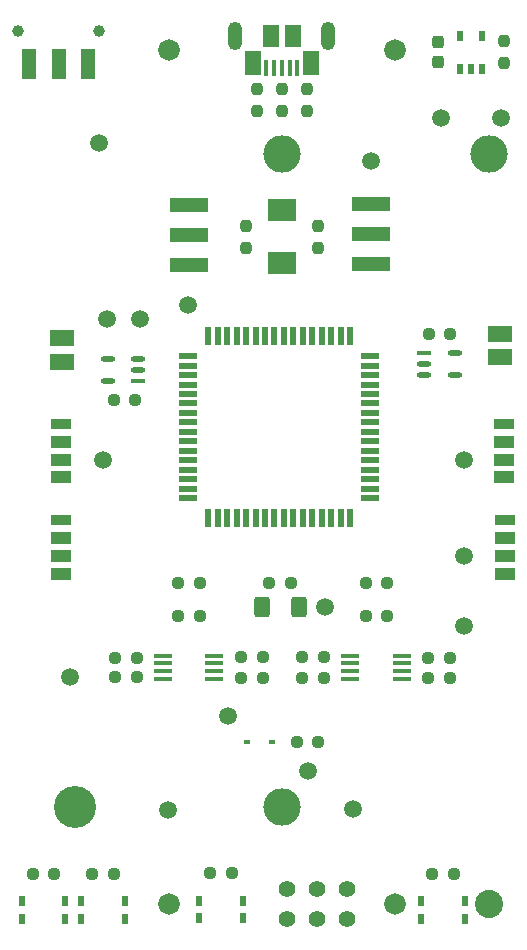
<source format=gbr>
%TF.GenerationSoftware,KiCad,Pcbnew,(6.0.6-0)*%
%TF.CreationDate,2022-08-03T09:40:13-07:00*%
%TF.ProjectId,Smart Floor Register,536d6172-7420-4466-9c6f-6f7220526567,rev?*%
%TF.SameCoordinates,Original*%
%TF.FileFunction,Soldermask,Top*%
%TF.FilePolarity,Negative*%
%FSLAX46Y46*%
G04 Gerber Fmt 4.6, Leading zero omitted, Abs format (unit mm)*
G04 Created by KiCad (PCBNEW (6.0.6-0)) date 2022-08-03 09:40:13*
%MOMM*%
%LPD*%
G01*
G04 APERTURE LIST*
G04 Aperture macros list*
%AMRoundRect*
0 Rectangle with rounded corners*
0 $1 Rounding radius*
0 $2 $3 $4 $5 $6 $7 $8 $9 X,Y pos of 4 corners*
0 Add a 4 corners polygon primitive as box body*
4,1,4,$2,$3,$4,$5,$6,$7,$8,$9,$2,$3,0*
0 Add four circle primitives for the rounded corners*
1,1,$1+$1,$2,$3*
1,1,$1+$1,$4,$5*
1,1,$1+$1,$6,$7*
1,1,$1+$1,$8,$9*
0 Add four rect primitives between the rounded corners*
20,1,$1+$1,$2,$3,$4,$5,0*
20,1,$1+$1,$4,$5,$6,$7,0*
20,1,$1+$1,$6,$7,$8,$9,0*
20,1,$1+$1,$8,$9,$2,$3,0*%
G04 Aperture macros list end*
%ADD10RoundRect,0.237500X-0.250000X-0.237500X0.250000X-0.237500X0.250000X0.237500X-0.250000X0.237500X0*%
%ADD11C,1.500000*%
%ADD12RoundRect,0.237500X0.250000X0.237500X-0.250000X0.237500X-0.250000X-0.237500X0.250000X-0.237500X0*%
%ADD13RoundRect,0.250000X-0.400000X-0.625000X0.400000X-0.625000X0.400000X0.625000X-0.400000X0.625000X0*%
%ADD14RoundRect,0.237500X-0.237500X0.250000X-0.237500X-0.250000X0.237500X-0.250000X0.237500X0.250000X0*%
%ADD15C,1.000000*%
%ADD16R,1.200000X2.500000*%
%ADD17RoundRect,0.237500X0.237500X-0.250000X0.237500X0.250000X-0.237500X0.250000X-0.237500X-0.250000X0*%
%ADD18RoundRect,0.237500X0.237500X-0.287500X0.237500X0.287500X-0.237500X0.287500X-0.237500X-0.287500X0*%
%ADD19R,1.756000X0.965900*%
%ADD20R,1.756000X0.982950*%
%ADD21R,0.600000X0.450000*%
%ADD22R,1.219200X0.457200*%
%ADD23O,1.219200X0.457200*%
%ADD24R,2.012000X1.465900*%
%ADD25R,1.524000X0.431800*%
%ADD26R,0.450000X1.380000*%
%ADD27O,1.208000X2.416000*%
%ADD28R,1.375000X1.900000*%
%ADD29R,1.475000X2.100000*%
%ADD30R,0.508000X0.914400*%
%ADD31R,2.400000X1.900000*%
%ADD32R,3.180000X1.270000*%
%ADD33C,1.397000*%
%ADD34R,0.508000X0.889000*%
%ADD35R,1.500000X0.550000*%
%ADD36R,0.550000X1.500000*%
%ADD37C,2.387600*%
%ADD38C,3.556000*%
%ADD39C,1.828800*%
%ADD40C,3.175000*%
G04 APERTURE END LIST*
D10*
%TO.C,R4*%
X120340398Y-124587000D03*
X122165398Y-124587000D03*
%TD*%
D11*
%TO.C,TP8*%
X139200000Y-120200000D03*
%TD*%
D12*
%TO.C,R12*%
X127359698Y-124587000D03*
X125534698Y-124587000D03*
%TD*%
%TO.C,R7*%
X126896500Y-130048000D03*
X125071500Y-130048000D03*
%TD*%
D13*
%TO.C,R8*%
X122148000Y-118618000D03*
X125248000Y-118618000D03*
%TD*%
D11*
%TO.C,TP13*%
X114200000Y-135800000D03*
%TD*%
D14*
%TO.C,R16*%
X125904566Y-74779500D03*
X125904566Y-76604500D03*
%TD*%
D10*
%TO.C,R13*%
X136202698Y-124587000D03*
X138027698Y-124587000D03*
%TD*%
D11*
%TO.C,TP11*%
X129800000Y-135700000D03*
%TD*%
D15*
%TO.C,S1*%
X101502000Y-69850000D03*
X108302000Y-69850000D03*
D16*
X107402000Y-72600000D03*
X104902000Y-72600000D03*
X102402000Y-72600000D03*
%TD*%
D14*
%TO.C,C5*%
X142621000Y-70715500D03*
X142621000Y-72540500D03*
%TD*%
D11*
%TO.C,TP2*%
X127456000Y-118618000D03*
%TD*%
D14*
%TO.C,C2*%
X126847600Y-86375400D03*
X126847600Y-88200400D03*
%TD*%
D12*
%TO.C,R11*%
X127359698Y-122809000D03*
X125534698Y-122809000D03*
%TD*%
D17*
%TO.C,R22*%
X121695434Y-76604500D03*
X121695434Y-74779500D03*
%TD*%
D18*
%TO.C,L1*%
X137033000Y-72503000D03*
X137033000Y-70753000D03*
%TD*%
D10*
%TO.C,C4*%
X136247500Y-95504000D03*
X138072500Y-95504000D03*
%TD*%
D19*
%TO.C,A4*%
X142622000Y-103124000D03*
D20*
X142622000Y-104632525D03*
X142622000Y-106132525D03*
X142622000Y-107632525D03*
%TD*%
D12*
%TO.C,R9*%
X124558500Y-116586000D03*
X122733500Y-116586000D03*
%TD*%
D21*
%TO.C,D1*%
X122970000Y-130048000D03*
X120870000Y-130048000D03*
%TD*%
D11*
%TO.C,TP1*%
X111760000Y-94234000D03*
%TD*%
D19*
%TO.C,A1*%
X105062000Y-103124000D03*
D20*
X105062000Y-104632525D03*
X105062000Y-106132525D03*
X105062000Y-107632525D03*
%TD*%
D11*
%TO.C,TP6*%
X142367000Y-77216000D03*
%TD*%
D22*
%TO.C,U4*%
X111660300Y-99502001D03*
D23*
X111660300Y-98552000D03*
X111660300Y-97601999D03*
X109040300Y-97601999D03*
X109040300Y-99502001D03*
%TD*%
D11*
%TO.C,TP7*%
X115874800Y-93065600D03*
%TD*%
D24*
%TO.C,J1*%
X105204000Y-95873352D03*
X105204000Y-97856302D03*
%TD*%
D25*
%TO.C,U3*%
X129609498Y-122723001D03*
X129609498Y-123372999D03*
X129609498Y-124023001D03*
X129609498Y-124672999D03*
X133952898Y-124672999D03*
X133952898Y-124023001D03*
X133952898Y-123372999D03*
X133952898Y-122723001D03*
%TD*%
D11*
%TO.C,TP3*%
X108966000Y-94234000D03*
%TD*%
D26*
%TO.C,J3*%
X122500000Y-72944000D03*
X123150000Y-72944000D03*
X123800000Y-72944000D03*
X124450000Y-72944000D03*
X125100000Y-72944000D03*
D27*
X127750000Y-70284000D03*
D28*
X124737500Y-70284000D03*
X122862500Y-70284000D03*
D29*
X121337500Y-72584000D03*
X126262500Y-72584000D03*
D27*
X119850000Y-70284000D03*
%TD*%
D30*
%TO.C,U6*%
X138877040Y-73025000D03*
X139827000Y-73025000D03*
X140776960Y-73025000D03*
X140776960Y-70231000D03*
X138877040Y-70231000D03*
%TD*%
D11*
%TO.C,TP12*%
X139192000Y-114276000D03*
%TD*%
%TO.C,TP5*%
X108300000Y-79300000D03*
%TD*%
D25*
%TO.C,U2*%
X113747198Y-122723001D03*
X113747198Y-123372999D03*
X113747198Y-124023001D03*
X113747198Y-124672999D03*
X118090598Y-124672999D03*
X118090598Y-124023001D03*
X118090598Y-123372999D03*
X118090598Y-122723001D03*
%TD*%
D14*
%TO.C,C1*%
X120751600Y-86375400D03*
X120751600Y-88200400D03*
%TD*%
D11*
%TO.C,TP16*%
X119200000Y-127800000D03*
%TD*%
D12*
%TO.C,R2*%
X111497398Y-122885200D03*
X109672398Y-122885200D03*
%TD*%
%TO.C,R17*%
X138354750Y-141224000D03*
X136529750Y-141224000D03*
%TD*%
D10*
%TO.C,R19*%
X107753501Y-141196000D03*
X109578501Y-141196000D03*
%TD*%
%TO.C,R14*%
X136202698Y-122936000D03*
X138027698Y-122936000D03*
%TD*%
D31*
%TO.C,Y1*%
X123799600Y-89524400D03*
X123799600Y-85024400D03*
%TD*%
D24*
%TO.C,J2*%
X142288000Y-95483827D03*
X142288000Y-97466777D03*
%TD*%
D19*
%TO.C,A3*%
X142660000Y-111267475D03*
D20*
X142660000Y-112776000D03*
X142660000Y-114276000D03*
X142660000Y-115776000D03*
%TD*%
D32*
%TO.C,M2*%
X131372000Y-84518000D03*
X131372000Y-87058000D03*
X131372000Y-89598000D03*
%TD*%
D33*
%TO.C,J4*%
X124206000Y-142494000D03*
X124206000Y-145034000D03*
X126746000Y-142494000D03*
X126746000Y-145034000D03*
X129286000Y-142494000D03*
X129286000Y-145034000D03*
%TD*%
D32*
%TO.C,M1*%
X115922400Y-89628500D03*
X115922400Y-87088500D03*
X115922400Y-84548500D03*
%TD*%
D14*
%TO.C,R21*%
X123800000Y-74779500D03*
X123800000Y-76604500D03*
%TD*%
D10*
%TO.C,R10*%
X130913500Y-119380000D03*
X132738500Y-119380000D03*
%TD*%
%TO.C,R15*%
X130913500Y-116586000D03*
X132738500Y-116586000D03*
%TD*%
D12*
%TO.C,R3*%
X111497398Y-124510800D03*
X109672398Y-124510800D03*
%TD*%
%TO.C,R20*%
X104544500Y-141224000D03*
X102719500Y-141224000D03*
%TD*%
D11*
%TO.C,TP15*%
X105900000Y-124500000D03*
%TD*%
%TO.C,TP17*%
X131372000Y-80835000D03*
%TD*%
%TO.C,TP14*%
X125991000Y-132460000D03*
%TD*%
D10*
%TO.C,R18*%
X117737500Y-141139000D03*
X119562500Y-141139000D03*
%TD*%
D19*
%TO.C,A2*%
X105062000Y-111267475D03*
D20*
X105062000Y-112776000D03*
X105062000Y-114276000D03*
X105062000Y-115776000D03*
%TD*%
D12*
%TO.C,C3*%
X111402500Y-101092000D03*
X109577500Y-101092000D03*
%TD*%
D22*
%TO.C,U5*%
X135850000Y-97093999D03*
D23*
X135850000Y-98044000D03*
X135850000Y-98994001D03*
X138470000Y-98994001D03*
X138470000Y-97093999D03*
%TD*%
D10*
%TO.C,R5*%
X120340398Y-122809000D03*
X122165398Y-122809000D03*
%TD*%
%TO.C,R6*%
X115015000Y-119380000D03*
X116840000Y-119380000D03*
%TD*%
D34*
%TO.C,SW2*%
X116818801Y-143471199D03*
X116818801Y-144971201D03*
X120518799Y-143471199D03*
X120518799Y-144971201D03*
%TD*%
%TO.C,SW3*%
X106790002Y-145022001D03*
X106790002Y-143521999D03*
X110490000Y-145022001D03*
X110490000Y-143521999D03*
%TD*%
D11*
%TO.C,TP9*%
X137287000Y-77216000D03*
%TD*%
D10*
%TO.C,R1*%
X115013100Y-116586000D03*
X116838100Y-116586000D03*
%TD*%
D34*
%TO.C,SW4*%
X105481999Y-145022001D03*
X105481999Y-143521999D03*
X101782001Y-145022001D03*
X101782001Y-143521999D03*
%TD*%
%TO.C,SW1*%
X135614801Y-145022001D03*
X135614801Y-143521999D03*
X139314799Y-143521999D03*
X139314799Y-145022001D03*
%TD*%
D35*
%TO.C,U1*%
X131271000Y-109378000D03*
X131271000Y-108578000D03*
X131271000Y-107778000D03*
X131271000Y-106978000D03*
X131271000Y-106178000D03*
X131271000Y-105378000D03*
X131271000Y-104578000D03*
X131271000Y-103778000D03*
X131271000Y-102978000D03*
X131271000Y-102178000D03*
X131271000Y-101378000D03*
X131271000Y-100578000D03*
X131271000Y-99778000D03*
X131271000Y-98978000D03*
X131271000Y-98178000D03*
X131271000Y-97378000D03*
D36*
X129571000Y-95678000D03*
X128771000Y-95678000D03*
X127971000Y-95678000D03*
X127171000Y-95678000D03*
X126371000Y-95678000D03*
X125571000Y-95678000D03*
X124771000Y-95678000D03*
X123971000Y-95678000D03*
X123171000Y-95678000D03*
X122371000Y-95678000D03*
X121571000Y-95678000D03*
X120771000Y-95678000D03*
X119971000Y-95678000D03*
X119171000Y-95678000D03*
X118371000Y-95678000D03*
X117571000Y-95678000D03*
D35*
X115871000Y-97378000D03*
X115871000Y-98178000D03*
X115871000Y-98978000D03*
X115871000Y-99778000D03*
X115871000Y-100578000D03*
X115871000Y-101378000D03*
X115871000Y-102178000D03*
X115871000Y-102978000D03*
X115871000Y-103778000D03*
X115871000Y-104578000D03*
X115871000Y-105378000D03*
X115871000Y-106178000D03*
X115871000Y-106978000D03*
X115871000Y-107778000D03*
X115871000Y-108578000D03*
X115871000Y-109378000D03*
D36*
X117571000Y-111078000D03*
X118371000Y-111078000D03*
X119171000Y-111078000D03*
X119971000Y-111078000D03*
X120771000Y-111078000D03*
X121571000Y-111078000D03*
X122371000Y-111078000D03*
X123171000Y-111078000D03*
X123971000Y-111078000D03*
X124771000Y-111078000D03*
X125571000Y-111078000D03*
X126371000Y-111078000D03*
X127171000Y-111078000D03*
X127971000Y-111078000D03*
X128771000Y-111078000D03*
X129571000Y-111078000D03*
%TD*%
D11*
%TO.C,TP10*%
X139192000Y-106124000D03*
%TD*%
%TO.C,TP4*%
X108700000Y-106200000D03*
%TD*%
D37*
%TO.C,BT2*%
X141306100Y-143718438D03*
D38*
X106304900Y-135514238D03*
D39*
X114229700Y-71455438D03*
X133355900Y-143718438D03*
X114229700Y-143718438D03*
X133355900Y-71455438D03*
D40*
X123780100Y-80269238D03*
X123780100Y-135514238D03*
X141306100Y-80269238D03*
%TD*%
M02*

</source>
